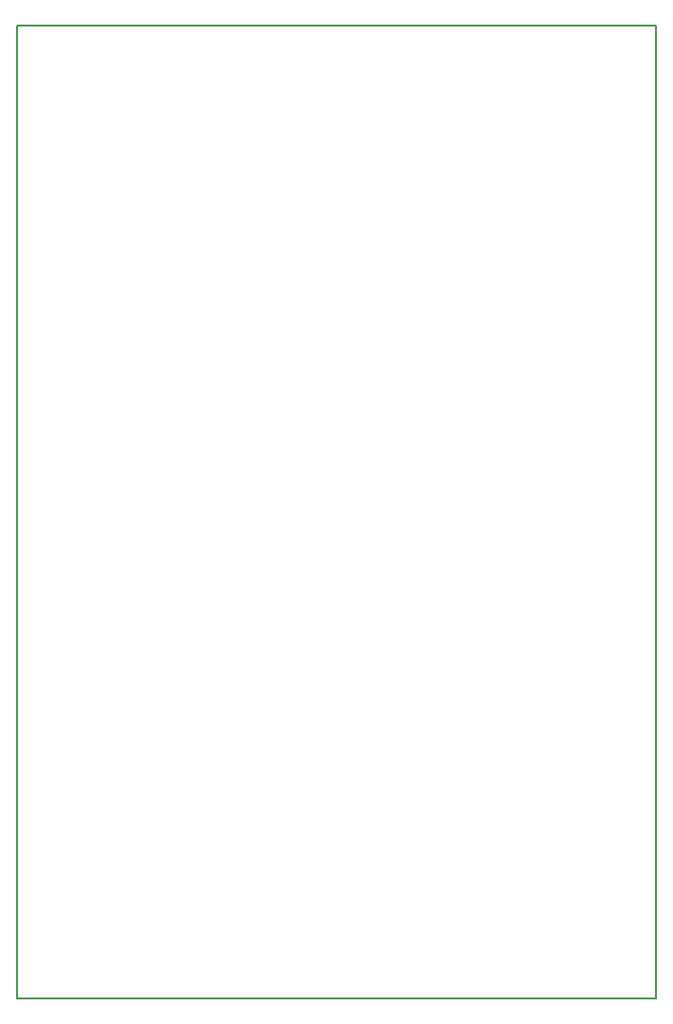
<source format=gbr>
%TF.GenerationSoftware,KiCad,Pcbnew,(5.1.6)-1*%
%TF.CreationDate,2020-09-12T17:49:51+07:00*%
%TF.ProjectId,board2048_ws2812,626f6172-6432-4303-9438-5f7773323831,1*%
%TF.SameCoordinates,Original*%
%TF.FileFunction,Profile,NP*%
%FSLAX46Y46*%
G04 Gerber Fmt 4.6, Leading zero omitted, Abs format (unit mm)*
G04 Created by KiCad (PCBNEW (5.1.6)-1) date 2020-09-12 17:49:51*
%MOMM*%
%LPD*%
G01*
G04 APERTURE LIST*
%TA.AperFunction,Profile*%
%ADD10C,0.200000*%
%TD*%
G04 APERTURE END LIST*
D10*
X160020000Y-111760000D02*
X160020000Y-24765000D01*
X217170000Y-111760000D02*
X160020000Y-111760000D01*
X217170000Y-24765000D02*
X217170000Y-111760000D01*
X160020000Y-24765000D02*
X217170000Y-24765000D01*
M02*

</source>
